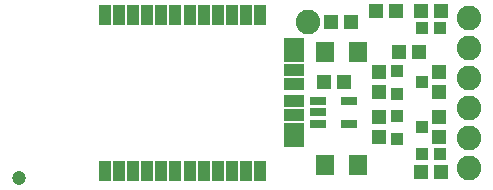
<source format=gbr>
G04 EAGLE Gerber RS-274X export*
G75*
%MOMM*%
%FSLAX34Y34*%
%LPD*%
%INSoldermask Top*%
%IPPOS*%
%AMOC8*
5,1,8,0,0,1.08239X$1,22.5*%
G01*
%ADD10R,1.303200X1.203200*%
%ADD11R,1.403200X0.753200*%
%ADD12R,1.103200X1.003200*%
%ADD13R,1.203200X1.303200*%
%ADD14R,1.603200X1.803200*%
%ADD15R,1.003200X1.003200*%
%ADD16C,2.082800*%
%ADD17R,1.003200X1.803200*%
%ADD18R,1.803200X1.003200*%
%ADD19C,1.203200*%


D10*
X300600Y88900D03*
X283600Y88900D03*
D11*
X279099Y73000D03*
X279099Y63500D03*
X279099Y54000D03*
X305101Y54000D03*
X305101Y73000D03*
D10*
X383150Y12700D03*
X366150Y12700D03*
D12*
X366600Y50800D03*
X345600Y41300D03*
X345600Y60300D03*
D13*
X330200Y59300D03*
X330200Y42300D03*
X381000Y42300D03*
X381000Y59300D03*
D14*
X284450Y19050D03*
X312450Y19050D03*
X284450Y114300D03*
X312450Y114300D03*
D10*
X366150Y149225D03*
X383150Y149225D03*
D12*
X366600Y88900D03*
X345600Y79400D03*
X345600Y98400D03*
D13*
X330200Y97400D03*
X330200Y80400D03*
X381000Y97400D03*
X381000Y80400D03*
D10*
X328050Y149225D03*
X345050Y149225D03*
D15*
X367150Y134620D03*
X382150Y134620D03*
D10*
X364100Y114300D03*
X347100Y114300D03*
D16*
X406400Y143510D03*
X406400Y118110D03*
X406400Y92710D03*
X406400Y67310D03*
X406400Y41910D03*
X406400Y16510D03*
D17*
X97990Y14140D03*
X109990Y14140D03*
X121990Y14140D03*
X133990Y14140D03*
X145990Y14140D03*
X157990Y14140D03*
X169990Y14140D03*
X181990Y14140D03*
X193990Y14140D03*
X205990Y14140D03*
X217990Y14140D03*
X229990Y14140D03*
X229990Y146140D03*
X217990Y146140D03*
X205990Y146140D03*
X193990Y146140D03*
X181990Y146140D03*
X169990Y146140D03*
X157990Y146140D03*
X145990Y146140D03*
X133990Y146140D03*
X121990Y146140D03*
X109990Y146140D03*
X97990Y146140D03*
D18*
X257990Y111140D03*
X257990Y49140D03*
X257990Y38918D03*
X257990Y61140D03*
X257990Y73140D03*
X257990Y87140D03*
X257990Y99140D03*
X257990Y121362D03*
D15*
X382150Y27940D03*
X367150Y27940D03*
D10*
X306950Y139700D03*
X289950Y139700D03*
D16*
X270510Y139700D03*
D19*
X25400Y7620D03*
M02*

</source>
